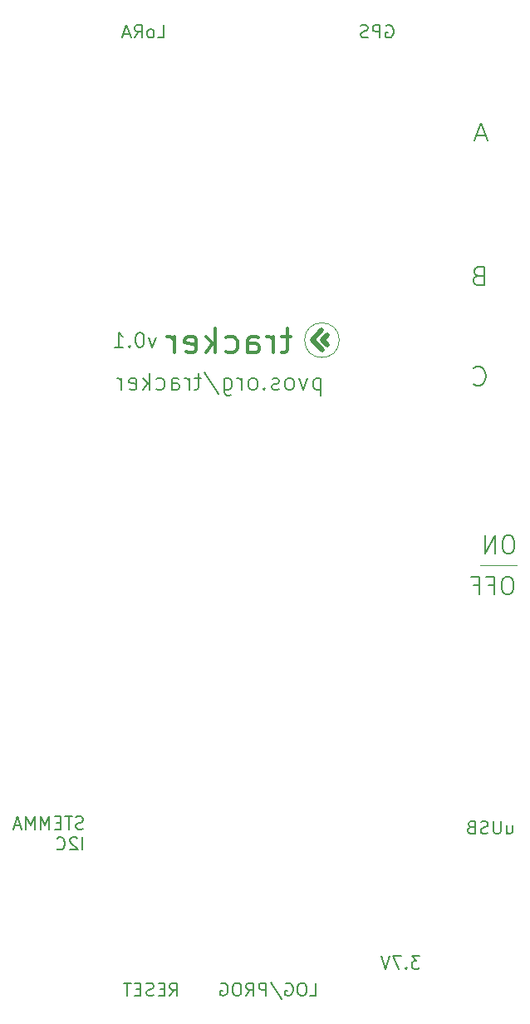
<source format=gbr>
%TF.GenerationSoftware,KiCad,Pcbnew,5.1.12-84ad8e8a86~92~ubuntu18.04.1*%
%TF.CreationDate,2022-01-08T13:07:40-05:00*%
%TF.ProjectId,remote,72656d6f-7465-42e6-9b69-6361645f7063,rev?*%
%TF.SameCoordinates,Original*%
%TF.FileFunction,Legend,Bot*%
%TF.FilePolarity,Positive*%
%FSLAX46Y46*%
G04 Gerber Fmt 4.6, Leading zero omitted, Abs format (unit mm)*
G04 Created by KiCad (PCBNEW 5.1.12-84ad8e8a86~92~ubuntu18.04.1) date 2022-01-08 13:07:40*
%MOMM*%
%LPD*%
G01*
G04 APERTURE LIST*
%ADD10C,0.150000*%
%ADD11C,0.120000*%
%ADD12C,0.500000*%
%ADD13C,0.300000*%
%ADD14C,0.200000*%
G04 APERTURE END LIST*
D10*
X80179880Y-143301190D02*
X79994166Y-143363095D01*
X79684642Y-143363095D01*
X79560833Y-143301190D01*
X79498928Y-143239285D01*
X79437023Y-143115476D01*
X79437023Y-142991666D01*
X79498928Y-142867857D01*
X79560833Y-142805952D01*
X79684642Y-142744047D01*
X79932261Y-142682142D01*
X80056071Y-142620238D01*
X80117976Y-142558333D01*
X80179880Y-142434523D01*
X80179880Y-142310714D01*
X80117976Y-142186904D01*
X80056071Y-142125000D01*
X79932261Y-142063095D01*
X79622738Y-142063095D01*
X79437023Y-142125000D01*
X79065595Y-142063095D02*
X78322738Y-142063095D01*
X78694166Y-143363095D02*
X78694166Y-142063095D01*
X77889404Y-142682142D02*
X77456071Y-142682142D01*
X77270357Y-143363095D02*
X77889404Y-143363095D01*
X77889404Y-142063095D01*
X77270357Y-142063095D01*
X76713214Y-143363095D02*
X76713214Y-142063095D01*
X76279880Y-142991666D01*
X75846547Y-142063095D01*
X75846547Y-143363095D01*
X75227500Y-143363095D02*
X75227500Y-142063095D01*
X74794166Y-142991666D01*
X74360833Y-142063095D01*
X74360833Y-143363095D01*
X73803690Y-142991666D02*
X73184642Y-142991666D01*
X73927500Y-143363095D02*
X73494166Y-142063095D01*
X73060833Y-143363095D01*
X80117976Y-145463095D02*
X80117976Y-144163095D01*
X79560833Y-144286904D02*
X79498928Y-144225000D01*
X79375119Y-144163095D01*
X79065595Y-144163095D01*
X78941785Y-144225000D01*
X78879880Y-144286904D01*
X78817976Y-144410714D01*
X78817976Y-144534523D01*
X78879880Y-144720238D01*
X79622738Y-145463095D01*
X78817976Y-145463095D01*
X77517976Y-145339285D02*
X77579880Y-145401190D01*
X77765595Y-145463095D01*
X77889404Y-145463095D01*
X78075119Y-145401190D01*
X78198928Y-145277380D01*
X78260833Y-145153571D01*
X78322738Y-144905952D01*
X78322738Y-144720238D01*
X78260833Y-144472619D01*
X78198928Y-144348809D01*
X78075119Y-144225000D01*
X77889404Y-144163095D01*
X77765595Y-144163095D01*
X77579880Y-144225000D01*
X77517976Y-144286904D01*
X111053571Y-61500000D02*
X111177380Y-61438095D01*
X111363095Y-61438095D01*
X111548809Y-61500000D01*
X111672619Y-61623809D01*
X111734523Y-61747619D01*
X111796428Y-61995238D01*
X111796428Y-62180952D01*
X111734523Y-62428571D01*
X111672619Y-62552380D01*
X111548809Y-62676190D01*
X111363095Y-62738095D01*
X111239285Y-62738095D01*
X111053571Y-62676190D01*
X110991666Y-62614285D01*
X110991666Y-62180952D01*
X111239285Y-62180952D01*
X110434523Y-62738095D02*
X110434523Y-61438095D01*
X109939285Y-61438095D01*
X109815476Y-61500000D01*
X109753571Y-61561904D01*
X109691666Y-61685714D01*
X109691666Y-61871428D01*
X109753571Y-61995238D01*
X109815476Y-62057142D01*
X109939285Y-62119047D01*
X110434523Y-62119047D01*
X109196428Y-62676190D02*
X109010714Y-62738095D01*
X108701190Y-62738095D01*
X108577380Y-62676190D01*
X108515476Y-62614285D01*
X108453571Y-62490476D01*
X108453571Y-62366666D01*
X108515476Y-62242857D01*
X108577380Y-62180952D01*
X108701190Y-62119047D01*
X108948809Y-62057142D01*
X109072619Y-61995238D01*
X109134523Y-61933333D01*
X109196428Y-61809523D01*
X109196428Y-61685714D01*
X109134523Y-61561904D01*
X109072619Y-61500000D01*
X108948809Y-61438095D01*
X108639285Y-61438095D01*
X108453571Y-61500000D01*
X87767857Y-62738095D02*
X88386904Y-62738095D01*
X88386904Y-61438095D01*
X87148809Y-62738095D02*
X87272619Y-62676190D01*
X87334523Y-62614285D01*
X87396428Y-62490476D01*
X87396428Y-62119047D01*
X87334523Y-61995238D01*
X87272619Y-61933333D01*
X87148809Y-61871428D01*
X86963095Y-61871428D01*
X86839285Y-61933333D01*
X86777380Y-61995238D01*
X86715476Y-62119047D01*
X86715476Y-62490476D01*
X86777380Y-62614285D01*
X86839285Y-62676190D01*
X86963095Y-62738095D01*
X87148809Y-62738095D01*
X85415476Y-62738095D02*
X85848809Y-62119047D01*
X86158333Y-62738095D02*
X86158333Y-61438095D01*
X85663095Y-61438095D01*
X85539285Y-61500000D01*
X85477380Y-61561904D01*
X85415476Y-61685714D01*
X85415476Y-61871428D01*
X85477380Y-61995238D01*
X85539285Y-62057142D01*
X85663095Y-62119047D01*
X86158333Y-62119047D01*
X84920238Y-62366666D02*
X84301190Y-62366666D01*
X85044047Y-62738095D02*
X84610714Y-61438095D01*
X84177380Y-62738095D01*
X123346428Y-142971428D02*
X123346428Y-143838095D01*
X123903571Y-142971428D02*
X123903571Y-143652380D01*
X123841666Y-143776190D01*
X123717857Y-143838095D01*
X123532142Y-143838095D01*
X123408333Y-143776190D01*
X123346428Y-143714285D01*
X122727380Y-142538095D02*
X122727380Y-143590476D01*
X122665476Y-143714285D01*
X122603571Y-143776190D01*
X122479761Y-143838095D01*
X122232142Y-143838095D01*
X122108333Y-143776190D01*
X122046428Y-143714285D01*
X121984523Y-143590476D01*
X121984523Y-142538095D01*
X121427380Y-143776190D02*
X121241666Y-143838095D01*
X120932142Y-143838095D01*
X120808333Y-143776190D01*
X120746428Y-143714285D01*
X120684523Y-143590476D01*
X120684523Y-143466666D01*
X120746428Y-143342857D01*
X120808333Y-143280952D01*
X120932142Y-143219047D01*
X121179761Y-143157142D01*
X121303571Y-143095238D01*
X121365476Y-143033333D01*
X121427380Y-142909523D01*
X121427380Y-142785714D01*
X121365476Y-142661904D01*
X121303571Y-142600000D01*
X121179761Y-142538095D01*
X120870238Y-142538095D01*
X120684523Y-142600000D01*
X119694047Y-143157142D02*
X119508333Y-143219047D01*
X119446428Y-143280952D01*
X119384523Y-143404761D01*
X119384523Y-143590476D01*
X119446428Y-143714285D01*
X119508333Y-143776190D01*
X119632142Y-143838095D01*
X120127380Y-143838095D01*
X120127380Y-142538095D01*
X119694047Y-142538095D01*
X119570238Y-142600000D01*
X119508333Y-142661904D01*
X119446428Y-142785714D01*
X119446428Y-142909523D01*
X119508333Y-143033333D01*
X119570238Y-143095238D01*
X119694047Y-143157142D01*
X120127380Y-143157142D01*
D11*
X124350000Y-116450000D02*
X120625000Y-116450000D01*
D12*
X105075000Y-93000000D02*
X104575000Y-93550000D01*
X105075000Y-94000000D02*
X104575000Y-93550000D01*
D11*
X106275001Y-93550000D02*
G75*
G03*
X106275001Y-93550000I-1767767J0D01*
G01*
D10*
X87592857Y-93253571D02*
X87235714Y-94253571D01*
X86878571Y-93253571D01*
X86021428Y-92753571D02*
X85878571Y-92753571D01*
X85735714Y-92825000D01*
X85664285Y-92896428D01*
X85592857Y-93039285D01*
X85521428Y-93325000D01*
X85521428Y-93682142D01*
X85592857Y-93967857D01*
X85664285Y-94110714D01*
X85735714Y-94182142D01*
X85878571Y-94253571D01*
X86021428Y-94253571D01*
X86164285Y-94182142D01*
X86235714Y-94110714D01*
X86307142Y-93967857D01*
X86378571Y-93682142D01*
X86378571Y-93325000D01*
X86307142Y-93039285D01*
X86235714Y-92896428D01*
X86164285Y-92825000D01*
X86021428Y-92753571D01*
X84878571Y-94110714D02*
X84807142Y-94182142D01*
X84878571Y-94253571D01*
X84950000Y-94182142D01*
X84878571Y-94110714D01*
X84878571Y-94253571D01*
X83378571Y-94253571D02*
X84235714Y-94253571D01*
X83807142Y-94253571D02*
X83807142Y-92753571D01*
X83950000Y-92967857D01*
X84092857Y-93110714D01*
X84235714Y-93182142D01*
D12*
X104575000Y-94550000D02*
X103575000Y-93550000D01*
X104475000Y-92550000D02*
X103575000Y-93550000D01*
D13*
X101359523Y-93164285D02*
X100407142Y-93164285D01*
X101002380Y-92330952D02*
X101002380Y-94473809D01*
X100883333Y-94711904D01*
X100645238Y-94830952D01*
X100407142Y-94830952D01*
X99573809Y-94830952D02*
X99573809Y-93164285D01*
X99573809Y-93640476D02*
X99454761Y-93402380D01*
X99335714Y-93283333D01*
X99097619Y-93164285D01*
X98859523Y-93164285D01*
X96954761Y-94830952D02*
X96954761Y-93521428D01*
X97073809Y-93283333D01*
X97311904Y-93164285D01*
X97788095Y-93164285D01*
X98026190Y-93283333D01*
X96954761Y-94711904D02*
X97192857Y-94830952D01*
X97788095Y-94830952D01*
X98026190Y-94711904D01*
X98145238Y-94473809D01*
X98145238Y-94235714D01*
X98026190Y-93997619D01*
X97788095Y-93878571D01*
X97192857Y-93878571D01*
X96954761Y-93759523D01*
X94692857Y-94711904D02*
X94930952Y-94830952D01*
X95407142Y-94830952D01*
X95645238Y-94711904D01*
X95764285Y-94592857D01*
X95883333Y-94354761D01*
X95883333Y-93640476D01*
X95764285Y-93402380D01*
X95645238Y-93283333D01*
X95407142Y-93164285D01*
X94930952Y-93164285D01*
X94692857Y-93283333D01*
X93621428Y-94830952D02*
X93621428Y-92330952D01*
X93383333Y-93878571D02*
X92669047Y-94830952D01*
X92669047Y-93164285D02*
X93621428Y-94116666D01*
X90645238Y-94711904D02*
X90883333Y-94830952D01*
X91359523Y-94830952D01*
X91597619Y-94711904D01*
X91716666Y-94473809D01*
X91716666Y-93521428D01*
X91597619Y-93283333D01*
X91359523Y-93164285D01*
X90883333Y-93164285D01*
X90645238Y-93283333D01*
X90526190Y-93521428D01*
X90526190Y-93759523D01*
X91716666Y-93997619D01*
X89454761Y-94830952D02*
X89454761Y-93164285D01*
X89454761Y-93640476D02*
X89335714Y-93402380D01*
X89216666Y-93283333D01*
X88978571Y-93164285D01*
X88740476Y-93164285D01*
D14*
X104405952Y-97460714D02*
X104405952Y-99160714D01*
X104405952Y-97541666D02*
X104244047Y-97460714D01*
X103920238Y-97460714D01*
X103758333Y-97541666D01*
X103677380Y-97622619D01*
X103596428Y-97784523D01*
X103596428Y-98270238D01*
X103677380Y-98432142D01*
X103758333Y-98513095D01*
X103920238Y-98594047D01*
X104244047Y-98594047D01*
X104405952Y-98513095D01*
X103029761Y-97460714D02*
X102625000Y-98594047D01*
X102220238Y-97460714D01*
X101329761Y-98594047D02*
X101491666Y-98513095D01*
X101572619Y-98432142D01*
X101653571Y-98270238D01*
X101653571Y-97784523D01*
X101572619Y-97622619D01*
X101491666Y-97541666D01*
X101329761Y-97460714D01*
X101086904Y-97460714D01*
X100925000Y-97541666D01*
X100844047Y-97622619D01*
X100763095Y-97784523D01*
X100763095Y-98270238D01*
X100844047Y-98432142D01*
X100925000Y-98513095D01*
X101086904Y-98594047D01*
X101329761Y-98594047D01*
X100115476Y-98513095D02*
X99953571Y-98594047D01*
X99629761Y-98594047D01*
X99467857Y-98513095D01*
X99386904Y-98351190D01*
X99386904Y-98270238D01*
X99467857Y-98108333D01*
X99629761Y-98027380D01*
X99872619Y-98027380D01*
X100034523Y-97946428D01*
X100115476Y-97784523D01*
X100115476Y-97703571D01*
X100034523Y-97541666D01*
X99872619Y-97460714D01*
X99629761Y-97460714D01*
X99467857Y-97541666D01*
X98658333Y-98432142D02*
X98577380Y-98513095D01*
X98658333Y-98594047D01*
X98739285Y-98513095D01*
X98658333Y-98432142D01*
X98658333Y-98594047D01*
X97605952Y-98594047D02*
X97767857Y-98513095D01*
X97848809Y-98432142D01*
X97929761Y-98270238D01*
X97929761Y-97784523D01*
X97848809Y-97622619D01*
X97767857Y-97541666D01*
X97605952Y-97460714D01*
X97363095Y-97460714D01*
X97201190Y-97541666D01*
X97120238Y-97622619D01*
X97039285Y-97784523D01*
X97039285Y-98270238D01*
X97120238Y-98432142D01*
X97201190Y-98513095D01*
X97363095Y-98594047D01*
X97605952Y-98594047D01*
X96310714Y-98594047D02*
X96310714Y-97460714D01*
X96310714Y-97784523D02*
X96229761Y-97622619D01*
X96148809Y-97541666D01*
X95986904Y-97460714D01*
X95825000Y-97460714D01*
X94529761Y-97460714D02*
X94529761Y-98836904D01*
X94610714Y-98998809D01*
X94691666Y-99079761D01*
X94853571Y-99160714D01*
X95096428Y-99160714D01*
X95258333Y-99079761D01*
X94529761Y-98513095D02*
X94691666Y-98594047D01*
X95015476Y-98594047D01*
X95177380Y-98513095D01*
X95258333Y-98432142D01*
X95339285Y-98270238D01*
X95339285Y-97784523D01*
X95258333Y-97622619D01*
X95177380Y-97541666D01*
X95015476Y-97460714D01*
X94691666Y-97460714D01*
X94529761Y-97541666D01*
X92505952Y-96813095D02*
X93963095Y-98998809D01*
X92182142Y-97460714D02*
X91534523Y-97460714D01*
X91939285Y-96894047D02*
X91939285Y-98351190D01*
X91858333Y-98513095D01*
X91696428Y-98594047D01*
X91534523Y-98594047D01*
X90967857Y-98594047D02*
X90967857Y-97460714D01*
X90967857Y-97784523D02*
X90886904Y-97622619D01*
X90805952Y-97541666D01*
X90644047Y-97460714D01*
X90482142Y-97460714D01*
X89186904Y-98594047D02*
X89186904Y-97703571D01*
X89267857Y-97541666D01*
X89429761Y-97460714D01*
X89753571Y-97460714D01*
X89915476Y-97541666D01*
X89186904Y-98513095D02*
X89348809Y-98594047D01*
X89753571Y-98594047D01*
X89915476Y-98513095D01*
X89996428Y-98351190D01*
X89996428Y-98189285D01*
X89915476Y-98027380D01*
X89753571Y-97946428D01*
X89348809Y-97946428D01*
X89186904Y-97865476D01*
X87648809Y-98513095D02*
X87810714Y-98594047D01*
X88134523Y-98594047D01*
X88296428Y-98513095D01*
X88377380Y-98432142D01*
X88458333Y-98270238D01*
X88458333Y-97784523D01*
X88377380Y-97622619D01*
X88296428Y-97541666D01*
X88134523Y-97460714D01*
X87810714Y-97460714D01*
X87648809Y-97541666D01*
X86920238Y-98594047D02*
X86920238Y-96894047D01*
X86758333Y-97946428D02*
X86272619Y-98594047D01*
X86272619Y-97460714D02*
X86920238Y-98108333D01*
X84896428Y-98513095D02*
X85058333Y-98594047D01*
X85382142Y-98594047D01*
X85544047Y-98513095D01*
X85625000Y-98351190D01*
X85625000Y-97703571D01*
X85544047Y-97541666D01*
X85382142Y-97460714D01*
X85058333Y-97460714D01*
X84896428Y-97541666D01*
X84815476Y-97703571D01*
X84815476Y-97865476D01*
X85625000Y-98027380D01*
X84086904Y-98594047D02*
X84086904Y-97460714D01*
X84086904Y-97784523D02*
X84005952Y-97622619D01*
X83925000Y-97541666D01*
X83763095Y-97460714D01*
X83601190Y-97460714D01*
D10*
X103290476Y-160338095D02*
X103909523Y-160338095D01*
X103909523Y-159038095D01*
X102609523Y-159038095D02*
X102361904Y-159038095D01*
X102238095Y-159100000D01*
X102114285Y-159223809D01*
X102052380Y-159471428D01*
X102052380Y-159904761D01*
X102114285Y-160152380D01*
X102238095Y-160276190D01*
X102361904Y-160338095D01*
X102609523Y-160338095D01*
X102733333Y-160276190D01*
X102857142Y-160152380D01*
X102919047Y-159904761D01*
X102919047Y-159471428D01*
X102857142Y-159223809D01*
X102733333Y-159100000D01*
X102609523Y-159038095D01*
X100814285Y-159100000D02*
X100938095Y-159038095D01*
X101123809Y-159038095D01*
X101309523Y-159100000D01*
X101433333Y-159223809D01*
X101495238Y-159347619D01*
X101557142Y-159595238D01*
X101557142Y-159780952D01*
X101495238Y-160028571D01*
X101433333Y-160152380D01*
X101309523Y-160276190D01*
X101123809Y-160338095D01*
X101000000Y-160338095D01*
X100814285Y-160276190D01*
X100752380Y-160214285D01*
X100752380Y-159780952D01*
X101000000Y-159780952D01*
X99266666Y-158976190D02*
X100380952Y-160647619D01*
X98833333Y-160338095D02*
X98833333Y-159038095D01*
X98338095Y-159038095D01*
X98214285Y-159100000D01*
X98152380Y-159161904D01*
X98090476Y-159285714D01*
X98090476Y-159471428D01*
X98152380Y-159595238D01*
X98214285Y-159657142D01*
X98338095Y-159719047D01*
X98833333Y-159719047D01*
X96790476Y-160338095D02*
X97223809Y-159719047D01*
X97533333Y-160338095D02*
X97533333Y-159038095D01*
X97038095Y-159038095D01*
X96914285Y-159100000D01*
X96852380Y-159161904D01*
X96790476Y-159285714D01*
X96790476Y-159471428D01*
X96852380Y-159595238D01*
X96914285Y-159657142D01*
X97038095Y-159719047D01*
X97533333Y-159719047D01*
X95985714Y-159038095D02*
X95738095Y-159038095D01*
X95614285Y-159100000D01*
X95490476Y-159223809D01*
X95428571Y-159471428D01*
X95428571Y-159904761D01*
X95490476Y-160152380D01*
X95614285Y-160276190D01*
X95738095Y-160338095D01*
X95985714Y-160338095D01*
X96109523Y-160276190D01*
X96233333Y-160152380D01*
X96295238Y-159904761D01*
X96295238Y-159471428D01*
X96233333Y-159223809D01*
X96109523Y-159100000D01*
X95985714Y-159038095D01*
X94190476Y-159100000D02*
X94314285Y-159038095D01*
X94500000Y-159038095D01*
X94685714Y-159100000D01*
X94809523Y-159223809D01*
X94871428Y-159347619D01*
X94933333Y-159595238D01*
X94933333Y-159780952D01*
X94871428Y-160028571D01*
X94809523Y-160152380D01*
X94685714Y-160276190D01*
X94500000Y-160338095D01*
X94376190Y-160338095D01*
X94190476Y-160276190D01*
X94128571Y-160214285D01*
X94128571Y-159780952D01*
X94376190Y-159780952D01*
X121179761Y-72700000D02*
X120227380Y-72700000D01*
X121370237Y-73214285D02*
X120703571Y-71414285D01*
X120036904Y-73214285D01*
X120432142Y-86971428D02*
X120146428Y-87057142D01*
X120051190Y-87142857D01*
X119955952Y-87314285D01*
X119955952Y-87571428D01*
X120051190Y-87742857D01*
X120146428Y-87828571D01*
X120336904Y-87914285D01*
X121098809Y-87914285D01*
X121098809Y-86114285D01*
X120432142Y-86114285D01*
X120241666Y-86200000D01*
X120146428Y-86285714D01*
X120051190Y-86457142D01*
X120051190Y-86628571D01*
X120146428Y-86800000D01*
X120241666Y-86885714D01*
X120432142Y-86971428D01*
X121098809Y-86971428D01*
X119955952Y-98014285D02*
X120051190Y-98109523D01*
X120336904Y-98204761D01*
X120527380Y-98204761D01*
X120813095Y-98109523D01*
X121003571Y-97919047D01*
X121098809Y-97728571D01*
X121194047Y-97347619D01*
X121194047Y-97061904D01*
X121098809Y-96680952D01*
X121003571Y-96490476D01*
X120813095Y-96300000D01*
X120527380Y-96204761D01*
X120336904Y-96204761D01*
X120051190Y-96300000D01*
X119955952Y-96395238D01*
D14*
X123614285Y-117614285D02*
X123271428Y-117614285D01*
X123100000Y-117700000D01*
X122928571Y-117871428D01*
X122842857Y-118214285D01*
X122842857Y-118814285D01*
X122928571Y-119157142D01*
X123100000Y-119328571D01*
X123271428Y-119414285D01*
X123614285Y-119414285D01*
X123785714Y-119328571D01*
X123957142Y-119157142D01*
X124042857Y-118814285D01*
X124042857Y-118214285D01*
X123957142Y-117871428D01*
X123785714Y-117700000D01*
X123614285Y-117614285D01*
X121471428Y-118471428D02*
X122071428Y-118471428D01*
X122071428Y-119414285D02*
X122071428Y-117614285D01*
X121214285Y-117614285D01*
X119928571Y-118471428D02*
X120528571Y-118471428D01*
X120528571Y-119414285D02*
X120528571Y-117614285D01*
X119671428Y-117614285D01*
X123714285Y-113464285D02*
X123371428Y-113464285D01*
X123200000Y-113550000D01*
X123028571Y-113721428D01*
X122942857Y-114064285D01*
X122942857Y-114664285D01*
X123028571Y-115007142D01*
X123200000Y-115178571D01*
X123371428Y-115264285D01*
X123714285Y-115264285D01*
X123885714Y-115178571D01*
X124057142Y-115007142D01*
X124142857Y-114664285D01*
X124142857Y-114064285D01*
X124057142Y-113721428D01*
X123885714Y-113550000D01*
X123714285Y-113464285D01*
X122171428Y-115264285D02*
X122171428Y-113464285D01*
X121142857Y-115264285D01*
X121142857Y-113464285D01*
D10*
X89013095Y-160338095D02*
X89446428Y-159719047D01*
X89755952Y-160338095D02*
X89755952Y-159038095D01*
X89260714Y-159038095D01*
X89136904Y-159100000D01*
X89075000Y-159161904D01*
X89013095Y-159285714D01*
X89013095Y-159471428D01*
X89075000Y-159595238D01*
X89136904Y-159657142D01*
X89260714Y-159719047D01*
X89755952Y-159719047D01*
X88455952Y-159657142D02*
X88022619Y-159657142D01*
X87836904Y-160338095D02*
X88455952Y-160338095D01*
X88455952Y-159038095D01*
X87836904Y-159038095D01*
X87341666Y-160276190D02*
X87155952Y-160338095D01*
X86846428Y-160338095D01*
X86722619Y-160276190D01*
X86660714Y-160214285D01*
X86598809Y-160090476D01*
X86598809Y-159966666D01*
X86660714Y-159842857D01*
X86722619Y-159780952D01*
X86846428Y-159719047D01*
X87094047Y-159657142D01*
X87217857Y-159595238D01*
X87279761Y-159533333D01*
X87341666Y-159409523D01*
X87341666Y-159285714D01*
X87279761Y-159161904D01*
X87217857Y-159100000D01*
X87094047Y-159038095D01*
X86784523Y-159038095D01*
X86598809Y-159100000D01*
X86041666Y-159657142D02*
X85608333Y-159657142D01*
X85422619Y-160338095D02*
X86041666Y-160338095D01*
X86041666Y-159038095D01*
X85422619Y-159038095D01*
X85051190Y-159038095D02*
X84308333Y-159038095D01*
X84679761Y-160338095D02*
X84679761Y-159038095D01*
X114469047Y-156288095D02*
X113664285Y-156288095D01*
X114097619Y-156783333D01*
X113911904Y-156783333D01*
X113788095Y-156845238D01*
X113726190Y-156907142D01*
X113664285Y-157030952D01*
X113664285Y-157340476D01*
X113726190Y-157464285D01*
X113788095Y-157526190D01*
X113911904Y-157588095D01*
X114283333Y-157588095D01*
X114407142Y-157526190D01*
X114469047Y-157464285D01*
X113107142Y-157464285D02*
X113045238Y-157526190D01*
X113107142Y-157588095D01*
X113169047Y-157526190D01*
X113107142Y-157464285D01*
X113107142Y-157588095D01*
X112611904Y-156288095D02*
X111745238Y-156288095D01*
X112302380Y-157588095D01*
X111435714Y-156288095D02*
X111002380Y-157588095D01*
X110569047Y-156288095D01*
M02*

</source>
